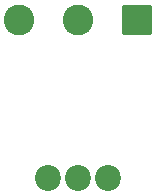
<source format=gbr>
%TF.GenerationSoftware,KiCad,Pcbnew,9.0.0*%
%TF.CreationDate,2025-03-24T14:35:24-05:00*%
%TF.ProjectId,DIIN-proyecto,4449494e-2d70-4726-9f79-6563746f2e6b,rev?*%
%TF.SameCoordinates,Original*%
%TF.FileFunction,Soldermask,Bot*%
%TF.FilePolarity,Negative*%
%FSLAX46Y46*%
G04 Gerber Fmt 4.6, Leading zero omitted, Abs format (unit mm)*
G04 Created by KiCad (PCBNEW 9.0.0) date 2025-03-24 14:35:24*
%MOMM*%
%LPD*%
G01*
G04 APERTURE LIST*
G04 Aperture macros list*
%AMRoundRect*
0 Rectangle with rounded corners*
0 $1 Rounding radius*
0 $2 $3 $4 $5 $6 $7 $8 $9 X,Y pos of 4 corners*
0 Add a 4 corners polygon primitive as box body*
4,1,4,$2,$3,$4,$5,$6,$7,$8,$9,$2,$3,0*
0 Add four circle primitives for the rounded corners*
1,1,$1+$1,$2,$3*
1,1,$1+$1,$4,$5*
1,1,$1+$1,$6,$7*
1,1,$1+$1,$8,$9*
0 Add four rect primitives between the rounded corners*
20,1,$1+$1,$2,$3,$4,$5,0*
20,1,$1+$1,$4,$5,$6,$7,0*
20,1,$1+$1,$6,$7,$8,$9,0*
20,1,$1+$1,$8,$9,$2,$3,0*%
G04 Aperture macros list end*
%ADD10C,2.200000*%
%ADD11RoundRect,0.250000X1.050000X1.050000X-1.050000X1.050000X-1.050000X-1.050000X1.050000X-1.050000X0*%
%ADD12C,2.600000*%
G04 APERTURE END LIST*
D10*
%TO.C,U7*%
X96375000Y-58760500D03*
X93835000Y-58760500D03*
X98915000Y-58760500D03*
%TD*%
D11*
%TO.C,J11*%
X101375000Y-45327500D03*
D12*
X96375000Y-45327500D03*
X91375000Y-45327500D03*
%TD*%
M02*

</source>
